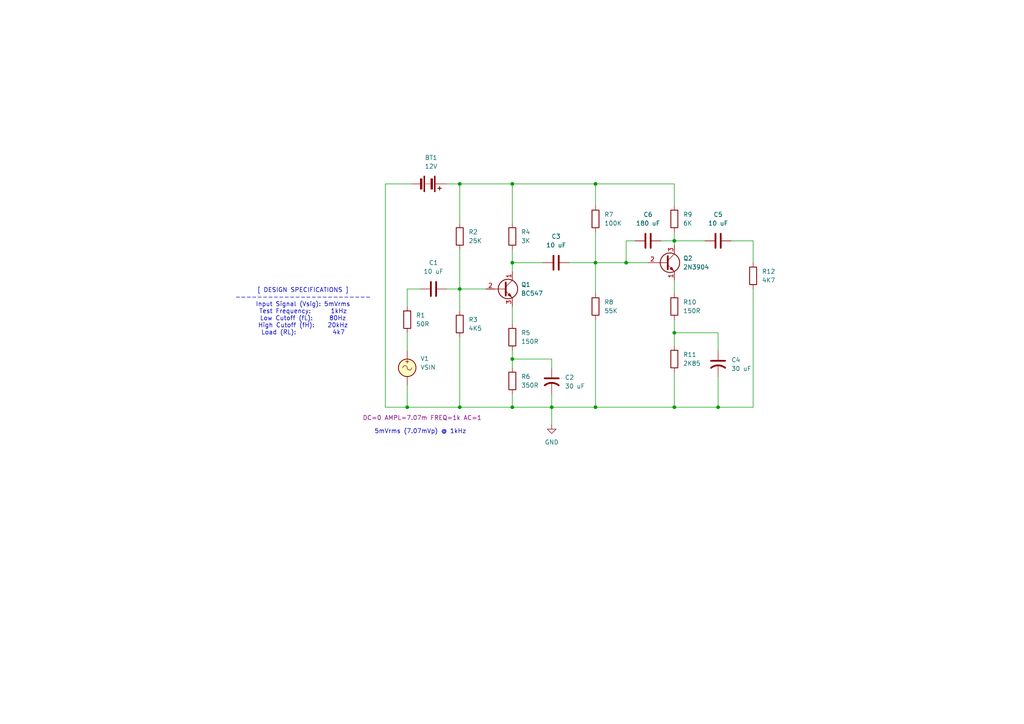
<source format=kicad_sch>
(kicad_sch (version 20250114) (generator "eeschema") (generator_version "9.0")
  (paper "A4")
  (title_block (title "Power Amplifier"))
  (lib_symbols
    (symbol "Device:Battery" (pin_numbers (hide yes)) (pin_names (offset 0) (hide yes))
      (property "Reference" "BT" (at 2.54 2.54 0))
      (property "Value" "Battery" (at 2.54 0 0))
      (symbol "Battery_0_1"
        (rectangle (start -2.286 1.778) (end 2.286 1.524) (fill (type outline)))
        (rectangle (start -2.286 -1.27) (end 2.286 -1.524) (fill (type outline)))
        (rectangle (start -1.524 1.016) (end 1.524 0.508) (fill (type outline)))
        (rectangle (start -1.524 -2.032) (end 1.524 -2.54) (fill (type outline)))
        (polyline (pts (xy 0 1.778) (xy 0 2.54)))
        (polyline (pts (xy 0 0) (xy 0 0.254)))
        (polyline (pts (xy 0 -0.508) (xy 0 -0.254)))
        (polyline (pts (xy 0 -1.016) (xy 0 -0.762)))
        (polyline (pts (xy 0.762 3.048) (xy 1.778 3.048)) (stroke (width 0.254)))
        (polyline (pts (xy 1.27 3.556) (xy 1.27 2.54)) (stroke (width 0.254)))
      )
      (symbol "Battery_1_1"
        (pin passive line (at 0 5.08 270) (length 2.54) (name "+") (number "1"))
        (pin passive line (at 0 -5.08 90) (length 2.54) (name "-") (number "2"))
      )
    )
    (symbol "Device:C" (pin_numbers (hide yes)) (pin_names (offset 0.254))
      (property "Reference" "C" (at 0.635 2.54 0))
      (property "Value" "C" (at 0.635 -2.54 0))
      (symbol "C_0_1"
        (polyline (pts (xy -2.032 0.762) (xy 2.032 0.762)) (stroke (width 0.508)))
        (polyline (pts (xy -2.032 -0.762) (xy 2.032 -0.762)) (stroke (width 0.508)))
      )
      (symbol "C_1_1"
        (pin passive line (at 0 3.81 270) (length 2.794) (name "~") (number "1"))
        (pin passive line (at 0 -3.81 90) (length 2.794) (name "~") (number "2"))
      )
    )
    (symbol "Device:C_US" (pin_numbers (hide yes)) (pin_names (offset 0.254) (hide yes))
      (property "Reference" "C" (at 0.635 2.54 0))
      (property "Value" "C_US" (at 0.635 -2.54 0))
      (symbol "C_US_0_1"
        (polyline (pts (xy -2.032 0.762) (xy 2.032 0.762)) (stroke (width 0.508)))
        (arc (start -2.032 -1.27) (mid 0 -0.5572) (end 2.032 -1.27) (stroke (width 0.508)))
      )
      (symbol "C_US_1_1"
        (pin passive line (at 0 3.81 270) (length 2.794) (name "~") (number "1"))
        (pin passive line (at 0 -3.81 90) (length 3.302) (name "~") (number "2"))
      )
    )
    (symbol "Device:R" (pin_numbers (hide yes)) (pin_names (offset 0))
      (property "Reference" "R" (at 2.032 0 90))
      (property "Value" "R" (at 0 0 90))
      (symbol "R_0_1"
        (rectangle (start -1.016 -2.54) (end 1.016 2.54) (stroke (width 0.254)))
      )
      (symbol "R_1_1"
        (pin passive line (at 0 3.81 270) (length 1.27) (name "~") (number "1"))
        (pin passive line (at 0 -3.81 90) (length 1.27) (name "~") (number "2"))
      )
    )
    (symbol "Simulation_SPICE:VSIN" (pin_numbers (hide yes)) (pin_names (offset 0.0254))
      (property "Reference" "V" (at 2.54 2.54 0))
      (property "Value" "VSIN" (at 2.54 0 0))
      (property "Sim.Params" "dc=0 ampl=1 f=1k ac=1" (at 2.54 -2.54 0))
      (symbol "VSIN_0_0"
        (arc (start -1.27 0) (mid -0.635 0.6323) (end 0 0))
        (arc (start 1.27 0) (mid 0.635 -0.6323) (end 0 0))
        (text "+" (at 0 1.905 0) (effects (font (size 1.27 1.27))))
      )
      (symbol "VSIN_0_1"
        (circle (center 0 0) (radius 2.54) (stroke (width 0.254)) (fill (type background)))
      )
      (symbol "VSIN_1_1"
        (pin passive line (at 0 5.08 270) (length 2.54) (name "~") (number "1"))
        (pin passive line (at 0 -5.08 90) (length 2.54) (name "~") (number "2"))
      )
    )
    (symbol "Transistor_BJT:2N3904" (pin_names (offset 0) (hide yes))
      (property "Reference" "Q" (at 5.08 1.905 0))
      (property "Value" "2N3904" (at 5.08 0 0))
      (symbol "2N3904_0_1"
        (polyline (pts (xy -2.54 0) (xy 0.635 0)))
        (polyline (pts (xy 0.635 1.905) (xy 0.635 -1.905)) (stroke (width 0.508)))
        (circle (center 1.27 0) (radius 2.8194) (stroke (width 0.254)))
      )
      (symbol "2N3904_1_1"
        (polyline (pts (xy 0.635 0.635) (xy 2.54 2.54)))
        (polyline (pts (xy 0.635 -0.635) (xy 2.54 -2.54)))
        (polyline (pts (xy 1.27 -1.778) (xy 1.778 -1.27) (xy 2.286 -2.286) (xy 1.27 -1.778)) (fill (type outline)))
        (pin input line (at -5.08 0 0) (length 2.54) (name "B") (number "2"))
        (pin passive line (at 2.54 5.08 270) (length 2.54) (name "C") (number "3"))
        (pin passive line (at 2.54 -5.08 90) (length 2.54) (name "E") (number "1"))
      )
    )
    (symbol "Transistor_BJT:BC547" (pin_names (offset 0) (hide yes))
      (property "Reference" "Q" (at 5.08 1.905 0))
      (property "Value" "BC547" (at 5.08 0 0))
      (symbol "BC547_0_1"
        (polyline (pts (xy -2.54 0) (xy 0.635 0)))
        (polyline (pts (xy 0.635 1.905) (xy 0.635 -1.905)) (stroke (width 0.508)))
        (circle (center 1.27 0) (radius 2.8194) (stroke (width 0.254)))
      )
      (symbol "BC547_1_1"
        (polyline (pts (xy 0.635 0.635) (xy 2.54 2.54)))
        (polyline (pts (xy 0.635 -0.635) (xy 2.54 -2.54)))
        (polyline (pts (xy 1.27 -1.778) (xy 1.778 -1.27) (xy 2.286 -2.286) (xy 1.27 -1.778)) (fill (type outline)))
        (pin input line (at -5.08 0 0) (length 2.54) (name "B") (number "2"))
        (pin passive line (at 2.54 5.08 270) (length 2.54) (name "C") (number "1"))
        (pin passive line (at 2.54 -5.08 90) (length 2.54) (name "E") (number "3"))
      )
    )
    (symbol "power:GND" (power) (pin_numbers (hide yes)) (pin_names (offset 0) (hide yes))
      (property "Value" "GND" (at 0 -3.81 0))
      (symbol "GND_0_1"
        (polyline (pts (xy 0 0) (xy 0 -1.27) (xy 1.27 -1.27) (xy 0 -2.54) (xy -1.27 -1.27) (xy 0 -1.27)))
      )
      (symbol "GND_1_1"
        (pin power_in line (at 0 0 270) (length 0) (name "~") (number "1"))
      )
    )
  )
  (text "[ DESIGN SPECIFICATIONS ]\n-------------------------\nInput Signal (Vsig): 5mVrms\nTest Frequency:      1kHz\nLow Cutoff (fL):     80Hz\nHigh Cutoff (fH):    20kHz\nLoad (RL):           4k7" (at 87.884 90.424 0) (effects (font (size 1.27 1.27))))
  (text "5mVrms (7.07mVp) @ 1kHz" (at 121.92 125.222 0) (effects (font (size 1.27 1.27))))
  (junction (at 148.59 104.14))
  (junction (at 160.02 118.11))
  (junction (at 172.72 118.11))
  (junction (at 195.58 118.11))
  (junction (at 133.35 83.82))
  (junction (at 133.35 118.11))
  (junction (at 148.59 76.2))
  (junction (at 148.59 53.34))
  (junction (at 148.59 118.11))
  (junction (at 208.28 118.11))
  (junction (at 195.58 69.85))
  (junction (at 133.35 53.34))
  (junction (at 172.72 53.34))
  (junction (at 181.61 76.2))
  (junction (at 172.72 76.2))
  (junction (at 118.11 118.11))
  (junction (at 195.58 96.52))
  (wire (pts (xy 133.35 83.82) (xy 133.35 90.17)))
  (wire (pts (xy 172.72 53.34) (xy 195.58 53.34)))
  (wire (pts (xy 148.59 104.14) (xy 160.02 104.14)))
  (wire (pts (xy 148.59 101.6) (xy 148.59 104.14)))
  (wire (pts (xy 172.72 76.2) (xy 172.72 85.09)))
  (wire (pts (xy 148.59 76.2) (xy 148.59 78.74)))
  (wire (pts (xy 195.58 92.71) (xy 195.58 96.52)))
  (wire (pts (xy 218.44 83.82) (xy 218.44 118.11)))
  (wire (pts (xy 195.58 59.69) (xy 195.58 53.34)))
  (wire (pts (xy 160.02 118.11) (xy 148.59 118.11)))
  (wire (pts (xy 133.35 118.11) (xy 148.59 118.11)))
  (wire (pts (xy 148.59 72.39) (xy 148.59 76.2)))
  (wire (pts (xy 172.72 92.71) (xy 172.72 118.11)))
  (wire (pts (xy 208.28 101.6) (xy 208.28 96.52)))
  (wire (pts (xy 160.02 106.68) (xy 160.02 104.14)))
  (wire (pts (xy 133.35 83.82) (xy 140.97 83.82)))
  (wire (pts (xy 208.28 118.11) (xy 218.44 118.11)))
  (wire (pts (xy 133.35 53.34) (xy 148.59 53.34)))
  (wire (pts (xy 195.58 96.52) (xy 195.58 100.33)))
  (wire (pts (xy 218.44 69.85) (xy 212.09 69.85)))
  (wire (pts (xy 172.72 67.31) (xy 172.72 76.2)))
  (wire (pts (xy 118.11 96.52) (xy 118.11 101.6)))
  (wire (pts (xy 111.76 118.11) (xy 118.11 118.11)))
  (wire (pts (xy 148.59 53.34) (xy 148.59 64.77)))
  (wire (pts (xy 148.59 53.34) (xy 172.72 53.34)))
  (wire (pts (xy 133.35 72.39) (xy 133.35 83.82)))
  (wire (pts (xy 184.15 69.85) (xy 181.61 69.85)))
  (wire (pts (xy 129.54 83.82) (xy 133.35 83.82)))
  (wire (pts (xy 119.38 53.34) (xy 111.76 53.34)))
  (wire (pts (xy 195.58 67.31) (xy 195.58 69.85)))
  (wire (pts (xy 111.76 53.34) (xy 111.76 118.11)))
  (wire (pts (xy 160.02 118.11) (xy 172.72 118.11)))
  (wire (pts (xy 133.35 53.34) (xy 133.35 64.77)))
  (wire (pts (xy 118.11 88.9) (xy 118.11 83.82)))
  (wire (pts (xy 172.72 53.34) (xy 172.72 59.69)))
  (wire (pts (xy 129.54 53.34) (xy 133.35 53.34)))
  (wire (pts (xy 157.48 76.2) (xy 148.59 76.2)))
  (wire (pts (xy 181.61 69.85) (xy 181.61 76.2)))
  (wire (pts (xy 181.61 76.2) (xy 187.96 76.2)))
  (wire (pts (xy 195.58 118.11) (xy 208.28 118.11)))
  (wire (pts (xy 118.11 83.82) (xy 121.92 83.82)))
  (wire (pts (xy 208.28 96.52) (xy 195.58 96.52)))
  (wire (pts (xy 218.44 76.2) (xy 218.44 69.85)))
  (wire (pts (xy 195.58 81.28) (xy 195.58 85.09)))
  (wire (pts (xy 172.72 118.11) (xy 195.58 118.11)))
  (wire (pts (xy 160.02 118.11) (xy 160.02 123.19)))
  (wire (pts (xy 148.59 118.11) (xy 148.59 114.3)))
  (wire (pts (xy 160.02 114.3) (xy 160.02 118.11)))
  (wire (pts (xy 118.11 118.11) (xy 133.35 118.11)))
  (wire (pts (xy 191.77 69.85) (xy 195.58 69.85)))
  (wire (pts (xy 208.28 109.22) (xy 208.28 118.11)))
  (wire (pts (xy 118.11 111.76) (xy 118.11 118.11)))
  (wire (pts (xy 133.35 97.79) (xy 133.35 118.11)))
  (wire (pts (xy 165.1 76.2) (xy 172.72 76.2)))
  (wire (pts (xy 195.58 107.95) (xy 195.58 118.11)))
  (wire (pts (xy 148.59 88.9) (xy 148.59 93.98)))
  (wire (pts (xy 148.59 104.14) (xy 148.59 106.68)))
  (wire (pts (xy 195.58 69.85) (xy 204.47 69.85)))
  (wire (pts (xy 172.72 76.2) (xy 181.61 76.2)))
  (wire (pts (xy 195.58 69.85) (xy 195.58 71.12)))
  (symbol (lib_id "Device:C") (at 187.96 69.85 270) (unit 1)
    (property "Reference" "C6" (at 187.96 62.23 90))
    (property "Value" "180 uF" (at 187.96 64.77 90))
    (property "Footprint" "Capacitor_THT:C_Disc_D4.3mm_W1.9mm_P5.00mm" (effects (hide yes)))
    (property "Description" "Unpolarized capacitor" (effects (hide yes)))
  )
  (symbol (lib_id "Device:Battery") (at 124.46 53.34 270) (unit 1)
    (property "Reference" "BT1" (at 125.0315 45.72 90))
    (property "Value" "12V" (at 125.0315 48.26 90))
    (property "Footprint" "TerminalBlock_Phoenix:TerminalBlock_Phoenix_MKDS-1,5-2_1x02_P5.00mm_Horizontal" (effects (hide yes)))
    (property "Description" "Multiple-cell battery" (effects (hide yes)))
  )
  (symbol (lib_id "Device:R") (at 118.11 92.71 180) (unit 1)
    (property "Reference" "R1" (at 120.65 91.4399 0) (effects (justify right)))
    (property "Value" "50R" (at 120.65 93.9799 0) (effects (justify right)))
    (property "Footprint" "Resistor_THT:R_Axial_DIN0207_L6.3mm_D2.5mm_P10.16mm_Horizontal" (effects (hide yes)))
    (property "Description" "Resistor" (effects (hide yes)))
  )
  (symbol (lib_id "Device:R") (at 195.58 88.9 180) (unit 1)
    (property "Reference" "R10" (at 198.12 87.6299 0) (effects (justify right)))
    (property "Value" "150R" (at 198.12 90.1699 0) (effects (justify right)))
    (property "Footprint" "Resistor_THT:R_Axial_DIN0207_L6.3mm_D2.5mm_P10.16mm_Horizontal" (effects (hide yes)))
    (property "Description" "Resistor" (effects (hide yes)))
  )
  (symbol (lib_id "Device:R") (at 195.58 63.5 180) (unit 1)
    (property "Reference" "R9" (at 198.12 62.2299 0) (effects (justify right)))
    (property "Value" "6K" (at 198.12 64.7699 0) (effects (justify right)))
    (property "Footprint" "Resistor_THT:R_Axial_DIN0207_L6.3mm_D2.5mm_P10.16mm_Horizontal" (effects (hide yes)))
    (property "Description" "Resistor" (effects (hide yes)))
  )
  (symbol (lib_id "Simulation_SPICE:VSIN") (at 118.11 106.68 0) (unit 1)
    (property "Reference" "V1" (at 121.92 104.0101 0) (effects (justify left)))
    (property "Value" "VSIN" (at 121.92 106.5501 0) (effects (justify left)))
    (property "Footprint" "TerminalBlock_Phoenix:TerminalBlock_Phoenix_MKDS-1,5-2_1x02_P5.00mm_Horizontal" (effects (hide yes)))
    (property "Datasheet" "https://ngspice.sourceforge.io/docs/ngspice-html-manual/manual.xhtml#sec_Independent_Sources_for" (effects (hide yes)))
    (property "Description" "Voltage source, sinusoidal" (effects (hide yes)))
    (property "Sim.Pins" "1=+ 2=-" (effects (hide yes)))
    (property "Sim.Params" "DC=0 AMPL=7.07m FREQ=1k AC=1" (at 105.156 121.158 0) (effects (justify left)))
    (property "Sim.Type" "SIN" (effects (hide yes)))
    (property "Sim.Device" "V" (effects (hide yes)))
  )
  (symbol (lib_id "Transistor_BJT:BC547") (at 146.05 83.82 0) (unit 1)
    (property "Reference" "Q1" (at 151.13 82.5499 0) (effects (justify left)))
    (property "Value" "BC547" (at 151.13 85.0899 0) (effects (justify left)))
    (property "Footprint" "Package_TO_SOT_THT:TO-92_Inline" (effects (hide yes)))
    (property "Datasheet" "https://www.onsemi.com/pub/Collateral/BC550-D.pdf" (effects (hide yes)))
    (property "Description" "0.1A Ic, 45V Vce, Small Signal NPN Transistor, TO-92" (effects (hide yes)))
  )
  (symbol (lib_id "Device:C_US") (at 160.02 110.49 0) (unit 1)
    (property "Reference" "C2" (at 163.83 109.4739 0) (effects (justify left)))
    (property "Value" "30 uF" (at 163.83 112.0139 0) (effects (justify left)))
    (property "Footprint" "Capacitor_THT:CP_Radial_D5.0mm_P2.00mm" (effects (hide yes)))
    (property "Description" "capacitor, US symbol" (effects (hide yes)))
  )
  (symbol (lib_id "Transistor_BJT:2N3904") (at 193.04 76.2 0) (unit 1)
    (property "Reference" "Q2" (at 198.12 74.9299 0) (effects (justify left)))
    (property "Value" "2N3904" (at 198.12 77.4699 0) (effects (justify left)))
    (property "Footprint" "Package_TO_SOT_THT:TO-92_Inline" (effects (hide yes)))
    (property "Datasheet" "https://www.onsemi.com/pub/Collateral/2N3903-D.PDF" (effects (hide yes)))
    (property "Description" "0.2A Ic, 40V Vce, Small Signal NPN Transistor, TO-92" (effects (hide yes)))
  )
  (symbol (lib_id "Device:R") (at 172.72 63.5 180) (unit 1)
    (property "Reference" "R7" (at 175.26 62.2299 0) (effects (justify right)))
    (property "Value" "100K" (at 175.26 64.7699 0) (effects (justify right)))
    (property "Footprint" "Resistor_THT:R_Axial_DIN0207_L6.3mm_D2.5mm_P10.16mm_Horizontal" (effects (hide yes)))
    (property "Description" "Resistor" (effects (hide yes)))
  )
  (symbol (lib_id "Device:R") (at 133.35 68.58 180) (unit 1)
    (property "Reference" "R2" (at 135.89 67.3099 0) (effects (justify right)))
    (property "Value" "25K" (at 135.89 69.8499 0) (effects (justify right)))
    (property "Footprint" "Resistor_THT:R_Axial_DIN0207_L6.3mm_D2.5mm_P10.16mm_Horizontal" (effects (hide yes)))
    (property "Description" "Resistor" (effects (hide yes)))
  )
  (symbol (lib_id "power:GND") (at 160.02 123.19 0) (unit 1)
    (property "Reference" "#PWR01" (effects (hide yes)))
    (property "Value" "GND" (at 160.02 128.27 0))
    (property "Description" "Power symbol creates a global label with name \"GND\" , ground" (effects (hide yes)))
  )
  (symbol (lib_id "Device:R") (at 148.59 97.79 180) (unit 1)
    (property "Reference" "R5" (at 151.13 96.5199 0) (effects (justify right)))
    (property "Value" "150R" (at 151.13 99.0599 0) (effects (justify right)))
    (property "Footprint" "Resistor_THT:R_Axial_DIN0207_L6.3mm_D2.5mm_P10.16mm_Horizontal" (effects (hide yes)))
    (property "Description" "Resistor" (effects (hide yes)))
  )
  (symbol (lib_id "Device:R") (at 148.59 68.58 180) (unit 1)
    (property "Reference" "R4" (at 151.13 67.3099 0) (effects (justify right)))
    (property "Value" "3K" (at 151.13 69.8499 0) (effects (justify right)))
    (property "Footprint" "Resistor_THT:R_Axial_DIN0207_L6.3mm_D2.5mm_P10.16mm_Horizontal" (effects (hide yes)))
    (property "Description" "Resistor" (effects (hide yes)))
  )
  (symbol (lib_id "Device:R") (at 133.35 93.98 180) (unit 1)
    (property "Reference" "R3" (at 135.89 92.7099 0) (effects (justify right)))
    (property "Value" "4K5" (at 135.89 95.2499 0) (effects (justify right)))
    (property "Footprint" "Resistor_THT:R_Axial_DIN0207_L6.3mm_D2.5mm_P10.16mm_Horizontal" (effects (hide yes)))
    (property "Description" "Resistor" (effects (hide yes)))
  )
  (symbol (lib_id "Device:R") (at 218.44 80.01 180) (unit 1)
    (property "Reference" "R12" (at 220.98 78.7399 0) (effects (justify right)))
    (property "Value" "4K7" (at 220.98 81.2799 0) (effects (justify right)))
    (property "Footprint" "TerminalBlock_Phoenix:TerminalBlock_Phoenix_MKDS-1,5-2_1x02_P5.00mm_Horizontal" (effects (hide yes)))
    (property "Description" "Resistor" (effects (hide yes)))
  )
  (symbol (lib_id "Device:R") (at 195.58 104.14 180) (unit 1)
    (property "Reference" "R11" (at 198.12 102.8699 0) (effects (justify right)))
    (property "Value" "2K85" (at 198.12 105.4099 0) (effects (justify right)))
    (property "Footprint" "Resistor_THT:R_Axial_DIN0207_L6.3mm_D2.5mm_P10.16mm_Horizontal" (effects (hide yes)))
    (property "Description" "Resistor" (effects (hide yes)))
  )
  (symbol (lib_id "Device:C") (at 125.73 83.82 90) (unit 1)
    (property "Reference" "C1" (at 125.73 76.2 90))
    (property "Value" "10 uF" (at 125.73 78.74 90))
    (property "Footprint" "Capacitor_THT:C_Disc_D5.1mm_W3.2mm_P5.00mm" (effects (hide yes)))
    (property "Description" "Unpolarized capacitor" (effects (hide yes)))
  )
  (symbol (lib_id "Device:C_US") (at 208.28 105.41 0) (unit 1)
    (property "Reference" "C4" (at 212.09 104.3939 0) (effects (justify left)))
    (property "Value" "30 uF" (at 212.09 106.9339 0) (effects (justify left)))
    (property "Footprint" "Capacitor_THT:CP_Radial_D5.0mm_P2.00mm" (effects (hide yes)))
    (property "Description" "capacitor, US symbol" (effects (hide yes)))
  )
  (symbol (lib_id "Device:C") (at 208.28 69.85 270) (unit 1)
    (property "Reference" "C5" (at 208.28 62.23 90))
    (property "Value" "10 uF" (at 208.28 64.77 90))
    (property "Footprint" "Capacitor_THT:C_Disc_D5.1mm_W3.2mm_P5.00mm" (effects (hide yes)))
    (property "Description" "Unpolarized capacitor" (effects (hide yes)))
  )
  (symbol (lib_id "Device:R") (at 172.72 88.9 180) (unit 1)
    (property "Reference" "R8" (at 175.26 87.6299 0) (effects (justify right)))
    (property "Value" "55K" (at 175.26 90.1699 0) (effects (justify right)))
    (property "Footprint" "Resistor_THT:R_Axial_DIN0207_L6.3mm_D2.5mm_P10.16mm_Horizontal" (effects (hide yes)))
    (property "Description" "Resistor" (effects (hide yes)))
  )
  (symbol (lib_id "Device:R") (at 148.59 110.49 180) (unit 1)
    (property "Reference" "R6" (at 151.13 109.2199 0) (effects (justify right)))
    (property "Value" "350R" (at 151.13 111.7599 0) (effects (justify right)))
    (property "Footprint" "Resistor_THT:R_Axial_DIN0207_L6.3mm_D2.5mm_P10.16mm_Horizontal" (effects (hide yes)))
    (property "Description" "Resistor" (effects (hide yes)))
  )
  (symbol (lib_id "Device:C") (at 161.29 76.2 90) (unit 1)
    (property "Reference" "C3" (at 161.29 68.58 90))
    (property "Value" "10 uF" (at 161.29 71.12 90))
    (property "Footprint" "Capacitor_THT:C_Disc_D5.1mm_W3.2mm_P5.00mm" (effects (hide yes)))
    (property "Description" "Unpolarized capacitor" (effects (hide yes)))
  )
)
</source>
